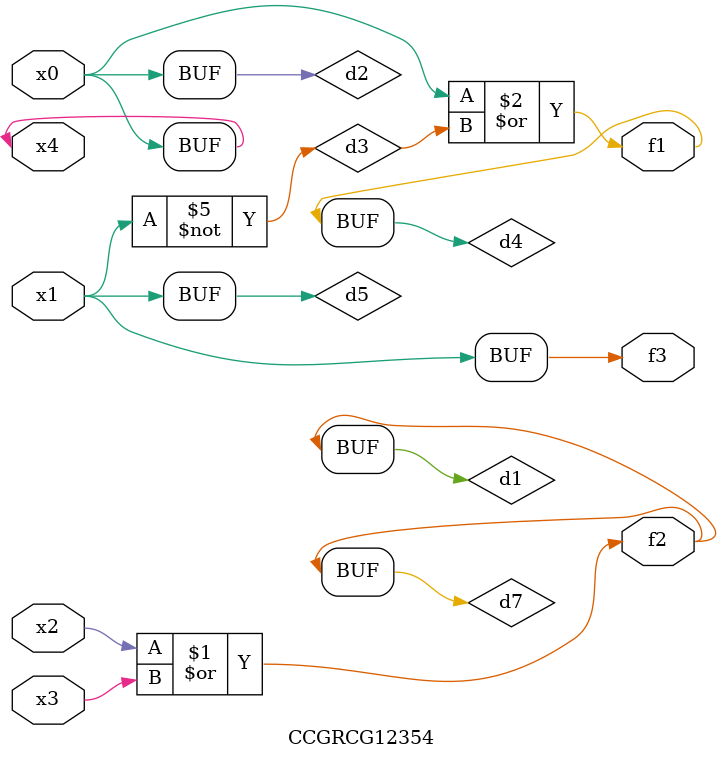
<source format=v>
module CCGRCG12354(
	input x0, x1, x2, x3, x4,
	output f1, f2, f3
);

	wire d1, d2, d3, d4, d5, d6, d7;

	or (d1, x2, x3);
	buf (d2, x0, x4);
	not (d3, x1);
	or (d4, d2, d3);
	not (d5, d3);
	nand (d6, d1, d3);
	or (d7, d1);
	assign f1 = d4;
	assign f2 = d7;
	assign f3 = d5;
endmodule

</source>
